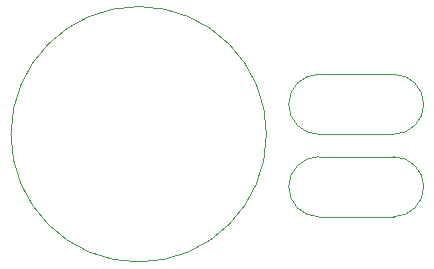
<source format=gm1>
G04 #@! TF.FileFunction,Profile,NP*
%FSLAX46Y46*%
G04 Gerber Fmt 4.6, Leading zero omitted, Abs format (unit mm)*
G04 Created by KiCad (PCBNEW 4.0.6) date 03/19/19 12:30:58*
%MOMM*%
%LPD*%
G01*
G04 APERTURE LIST*
%ADD10C,0.100000*%
G04 APERTURE END LIST*
D10*
X158135152Y-87630000D02*
G75*
G03X158135152Y-87630000I-10815152J0D01*
G01*
X162560000Y-87630000D02*
X168910000Y-87630000D01*
X168910000Y-82550000D02*
X162560000Y-82550000D01*
X171450000Y-85090000D02*
G75*
G03X168910000Y-82550000I-2540000J0D01*
G01*
X168910000Y-87630000D02*
G75*
G03X171450000Y-85090000I0J2540000D01*
G01*
X162560000Y-82550000D02*
G75*
G03X160020000Y-85090000I0J-2540000D01*
G01*
X160020000Y-85090000D02*
G75*
G03X162560000Y-87630000I2540000J0D01*
G01*
X162560000Y-94615000D02*
X168910000Y-94615000D01*
X168910000Y-89535000D02*
X162560000Y-89535000D01*
X171450000Y-92075000D02*
G75*
G03X168910000Y-89535000I-2540000J0D01*
G01*
X168910000Y-94615000D02*
G75*
G03X171450000Y-92075000I0J2540000D01*
G01*
X162560000Y-89535000D02*
G75*
G03X160020000Y-92075000I0J-2540000D01*
G01*
X160020000Y-92075000D02*
G75*
G03X162560000Y-94615000I2540000J0D01*
G01*
M02*

</source>
